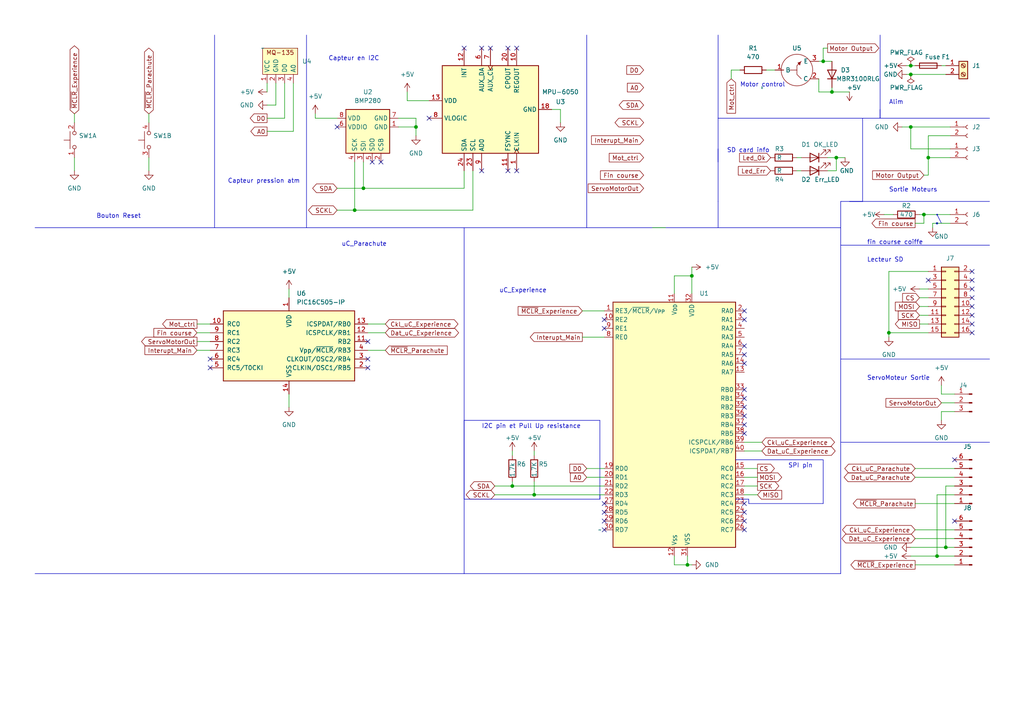
<source format=kicad_sch>
(kicad_sch (version 20230121) (generator eeschema)
  (paper "A4")
  (lib_symbols
    (symbol "Connector:Conn_01x02_Socket" (pin_names (offset 1.016) hide)
      (property "Reference" "J" (at 0 2.54 0))
      (property "Value" "Conn_01x02_Socket" (at 0 -5.08 0))
      (symbol "Conn_01x02_Socket_1_1"
        (arc (start 0 -2.032) (mid -0.5058 -2.54) (end 0 -3.048) (stroke (width 0.1524)))
        (polyline (pts (xy -1.27 -2.54) (xy -0.508 -2.54)) (stroke (width 0.1524)))
        (polyline (pts (xy -1.27 0) (xy -0.508 0)) (stroke (width 0.1524)))
        (arc (start 0 0.508) (mid -0.5058 0) (end 0 -0.508) (stroke (width 0.1524)))
        (pin passive line (at -5.08 0 0) (length 3.81) (name "Pin_1") (number "1"))
        (pin passive line (at -5.08 -2.54 0) (length 3.81) (name "Pin_2") (number "2"))
      )
    )
    (symbol "Connector:Conn_01x03_Pin" (pin_names (offset 1.016) hide)
      (property "Reference" "J" (at 0 5.08 0))
      (property "Value" "Conn_01x03_Pin" (at 0 -5.08 0))
      (symbol "Conn_01x03_Pin_1_1"
        (polyline (pts (xy 1.27 -2.54) (xy 0.8636 -2.54)) (stroke (width 0.1524)))
        (polyline (pts (xy 1.27 0) (xy 0.8636 0)) (stroke (width 0.1524)))
        (polyline (pts (xy 1.27 2.54) (xy 0.8636 2.54)) (stroke (width 0.1524)))
        (rectangle (start 0.8636 -2.413) (end 0 -2.667) (stroke (width 0.1524)) (fill (type outline)))
        (rectangle (start 0.8636 0.127) (end 0 -0.127) (stroke (width 0.1524)) (fill (type outline)))
        (rectangle (start 0.8636 2.667) (end 0 2.413) (stroke (width 0.1524)) (fill (type outline)))
        (pin passive line (at 5.08 2.54 180) (length 3.81) (name "Pin_1") (number "1"))
        (pin passive line (at 5.08 0 180) (length 3.81) (name "Pin_2") (number "2"))
        (pin passive line (at 5.08 -2.54 180) (length 3.81) (name "Pin_3") (number "3"))
      )
    )
    (symbol "Connector:Conn_01x06_Pin" (pin_names (offset 1.016) hide)
      (property "Reference" "J" (at 0 7.62 0))
      (property "Value" "Conn_01x06_Pin" (at 0 -10.16 0))
      (symbol "Conn_01x06_Pin_1_1"
        (polyline (pts (xy 1.27 -7.62) (xy 0.8636 -7.62)) (stroke (width 0.1524)))
        (polyline (pts (xy 1.27 -5.08) (xy 0.8636 -5.08)) (stroke (width 0.1524)))
        (polyline (pts (xy 1.27 -2.54) (xy 0.8636 -2.54)) (stroke (width 0.1524)))
        (polyline (pts (xy 1.27 0) (xy 0.8636 0)) (stroke (width 0.1524)))
        (polyline (pts (xy 1.27 2.54) (xy 0.8636 2.54)) (stroke (width 0.1524)))
        (polyline (pts (xy 1.27 5.08) (xy 0.8636 5.08)) (stroke (width 0.1524)))
        (rectangle (start 0.8636 -7.493) (end 0 -7.747) (stroke (width 0.1524)) (fill (type outline)))
        (rectangle (start 0.8636 -4.953) (end 0 -5.207) (stroke (width 0.1524)) (fill (type outline)))
        (rectangle (start 0.8636 -2.413) (end 0 -2.667) (stroke (width 0.1524)) (fill (type outline)))
        (rectangle (start 0.8636 0.127) (end 0 -0.127) (stroke (width 0.1524)) (fill (type outline)))
        (rectangle (start 0.8636 2.667) (end 0 2.413) (stroke (width 0.1524)) (fill (type outline)))
        (rectangle (start 0.8636 5.207) (end 0 4.953) (stroke (width 0.1524)) (fill (type outline)))
        (pin passive line (at 5.08 5.08 180) (length 3.81) (name "Pin_1") (number "1"))
        (pin passive line (at 5.08 2.54 180) (length 3.81) (name "Pin_2") (number "2"))
        (pin passive line (at 5.08 0 180) (length 3.81) (name "Pin_3") (number "3"))
        (pin passive line (at 5.08 -2.54 180) (length 3.81) (name "Pin_4") (number "4"))
        (pin passive line (at 5.08 -5.08 180) (length 3.81) (name "Pin_5") (number "5"))
        (pin passive line (at 5.08 -7.62 180) (length 3.81) (name "Pin_6") (number "6"))
      )
    )
    (symbol "Connector:Screw_Terminal_01x02" (pin_names (offset 1.016) hide)
      (property "Reference" "J" (at 0 2.54 0))
      (property "Value" "Screw_Terminal_01x02" (at 0 -5.08 0))
      (symbol "Screw_Terminal_01x02_1_1"
        (rectangle (start -1.27 1.27) (end 1.27 -3.81) (stroke (width 0.254)) (fill (type background)))
        (circle (center 0 -2.54) (radius 0.635) (stroke (width 0.1524)))
        (polyline (pts (xy -0.5334 -2.2098) (xy 0.3302 -3.048)) (stroke (width 0.1524)))
        (polyline (pts (xy -0.5334 0.3302) (xy 0.3302 -0.508)) (stroke (width 0.1524)))
        (polyline (pts (xy -0.3556 -2.032) (xy 0.508 -2.8702)) (stroke (width 0.1524)))
        (polyline (pts (xy -0.3556 0.508) (xy 0.508 -0.3302)) (stroke (width 0.1524)))
        (circle (center 0 0) (radius 0.635) (stroke (width 0.1524)))
        (pin passive line (at -5.08 0 0) (length 3.81) (name "Pin_1") (number "1"))
        (pin passive line (at -5.08 -2.54 0) (length 3.81) (name "Pin_2") (number "2"))
      )
    )
    (symbol "Connector_Generic:Conn_02x08_Odd_Even" (pin_names (offset 1.016) hide)
      (property "Reference" "J" (at 1.27 10.16 0))
      (property "Value" "Conn_02x08_Odd_Even" (at 1.27 -12.7 0))
      (symbol "Conn_02x08_Odd_Even_1_1"
        (rectangle (start -1.27 -10.033) (end 0 -10.287) (stroke (width 0.1524)))
        (rectangle (start -1.27 -7.493) (end 0 -7.747) (stroke (width 0.1524)))
        (rectangle (start -1.27 -4.953) (end 0 -5.207) (stroke (width 0.1524)))
        (rectangle (start -1.27 -2.413) (end 0 -2.667) (stroke (width 0.1524)))
        (rectangle (start -1.27 0.127) (end 0 -0.127) (stroke (width 0.1524)))
        (rectangle (start -1.27 2.667) (end 0 2.413) (stroke (width 0.1524)))
        (rectangle (start -1.27 5.207) (end 0 4.953) (stroke (width 0.1524)))
        (rectangle (start -1.27 7.747) (end 0 7.493) (stroke (width 0.1524)))
        (rectangle (start -1.27 8.89) (end 3.81 -11.43) (stroke (width 0.254)) (fill (type background)))
        (rectangle (start 3.81 -10.033) (end 2.54 -10.287) (stroke (width 0.1524)))
        (rectangle (start 3.81 -7.493) (end 2.54 -7.747) (stroke (width 0.1524)))
        (rectangle (start 3.81 -4.953) (end 2.54 -5.207) (stroke (width 0.1524)))
        (rectangle (start 3.81 -2.413) (end 2.54 -2.667) (stroke (width 0.1524)))
        (rectangle (start 3.81 0.127) (end 2.54 -0.127) (stroke (width 0.1524)))
        (rectangle (start 3.81 2.667) (end 2.54 2.413) (stroke (width 0.1524)))
        (rectangle (start 3.81 5.207) (end 2.54 4.953) (stroke (width 0.1524)))
        (rectangle (start 3.81 7.747) (end 2.54 7.493) (stroke (width 0.1524)))
        (pin passive line (at -5.08 7.62 0) (length 3.81) (name "Pin_1") (number "1"))
        (pin passive line (at 7.62 -2.54 180) (length 3.81) (name "Pin_10") (number "10"))
        (pin passive line (at -5.08 -5.08 0) (length 3.81) (name "Pin_11") (number "11"))
        (pin passive line (at 7.62 -5.08 180) (length 3.81) (name "Pin_12") (number "12"))
        (pin passive line (at -5.08 -7.62 0) (length 3.81) (name "Pin_13") (number "13"))
        (pin passive line (at 7.62 -7.62 180) (length 3.81) (name "Pin_14") (number "14"))
        (pin passive line (at -5.08 -10.16 0) (length 3.81) (name "Pin_15") (number "15"))
        (pin passive line (at 7.62 -10.16 180) (length 3.81) (name "Pin_16") (number "16"))
        (pin passive line (at 7.62 7.62 180) (length 3.81) (name "Pin_2") (number "2"))
        (pin passive line (at -5.08 5.08 0) (length 3.81) (name "Pin_3") (number "3"))
        (pin passive line (at 7.62 5.08 180) (length 3.81) (name "Pin_4") (number "4"))
        (pin passive line (at -5.08 2.54 0) (length 3.81) (name "Pin_5") (number "5"))
        (pin passive line (at 7.62 2.54 180) (length 3.81) (name "Pin_6") (number "6"))
        (pin passive line (at -5.08 0 0) (length 3.81) (name "Pin_7") (number "7"))
        (pin passive line (at 7.62 0 180) (length 3.81) (name "Pin_8") (number "8"))
        (pin passive line (at -5.08 -2.54 0) (length 3.81) (name "Pin_9") (number "9"))
      )
    )
    (symbol "Device:D" (pin_numbers hide) (pin_names (offset 1.016) hide)
      (property "Reference" "D" (at 0 2.54 0))
      (property "Value" "D" (at 0 -2.54 0))
      (symbol "D_0_1"
        (polyline (pts (xy -1.27 1.27) (xy -1.27 -1.27)) (stroke (width 0.254)))
        (polyline (pts (xy 1.27 0) (xy -1.27 0)))
        (polyline (pts (xy 1.27 1.27) (xy 1.27 -1.27) (xy -1.27 0) (xy 1.27 1.27)) (stroke (width 0.254)))
      )
      (symbol "D_1_1"
        (pin passive line (at -3.81 0 0) (length 2.54) (name "K") (number "1"))
        (pin passive line (at 3.81 0 180) (length 2.54) (name "A") (number "2"))
      )
    )
    (symbol "Device:Fuse" (pin_numbers hide) (pin_names (offset 0))
      (property "Reference" "F" (at 2.032 0 90))
      (property "Value" "Fuse" (at -1.905 0 90))
      (symbol "Fuse_0_1"
        (rectangle (start -0.762 -2.54) (end 0.762 2.54) (stroke (width 0.254)))
        (polyline (pts (xy 0 2.54) (xy 0 -2.54)))
      )
      (symbol "Fuse_1_1"
        (pin passive line (at 0 3.81 270) (length 1.27) (name "~") (number "1"))
        (pin passive line (at 0 -3.81 90) (length 1.27) (name "~") (number "2"))
      )
    )
    (symbol "Device:LED" (pin_numbers hide) (pin_names (offset 1.016) hide)
      (property "Reference" "D" (at 0 2.54 0))
      (property "Value" "LED" (at 0 -2.54 0))
      (symbol "LED_0_1"
        (polyline (pts (xy -1.27 -1.27) (xy -1.27 1.27)) (stroke (width 0.254)))
        (polyline (pts (xy -1.27 0) (xy 1.27 0)))
        (polyline (pts (xy 1.27 -1.27) (xy 1.27 1.27) (xy -1.27 0) (xy 1.27 -1.27)) (stroke (width 0.254)))
        (polyline (pts (xy -3.048 -0.762) (xy -4.572 -2.286) (xy -3.81 -2.286) (xy -4.572 -2.286) (xy -4.572 -1.524)))
        (polyline (pts (xy -1.778 -0.762) (xy -3.302 -2.286) (xy -2.54 -2.286) (xy -3.302 -2.286) (xy -3.302 -1.524)))
      )
      (symbol "LED_1_1"
        (pin passive line (at -3.81 0 0) (length 2.54) (name "K") (number "1"))
        (pin passive line (at 3.81 0 180) (length 2.54) (name "A") (number "2"))
      )
    )
    (symbol "Device:R" (pin_numbers hide) (pin_names (offset 0))
      (property "Reference" "R" (at 2.032 0 90))
      (property "Value" "R" (at 0 0 90))
      (symbol "R_0_1"
        (rectangle (start -1.016 -2.54) (end 1.016 2.54) (stroke (width 0.254)))
      )
      (symbol "R_1_1"
        (pin passive line (at 0 3.81 270) (length 1.27) (name "~") (number "1"))
        (pin passive line (at 0 -3.81 90) (length 1.27) (name "~") (number "2"))
      )
    )
    (symbol "MCU_Microchip_PIC16:PIC16C505-IP" (pin_names (offset 1.016))
      (property "Reference" "U" (at 5.08 12.7 0))
      (property "Value" "PIC16C505-IP" (at 5.08 10.16 0))
      (symbol "PIC16C505-IP_0_1"
        (rectangle (start -19.05 8.89) (end 19.05 -11.43) (stroke (width 0.254)) (fill (type background)))
      )
      (symbol "PIC16C505-IP_1_1"
        (pin power_in line (at 0 12.7 270) (length 3.81) (name "VDD") (number "1"))
        (pin bidirectional line (at -22.86 5.08 0) (length 3.81) (name "RC0") (number "10"))
        (pin bidirectional line (at 22.86 0 180) (length 3.81) (name "RB2") (number "11"))
        (pin bidirectional line (at 22.86 2.54 180) (length 3.81) (name "ICSPCLK/RB1") (number "12"))
        (pin bidirectional line (at 22.86 5.08 180) (length 3.81) (name "ICSPDAT/RB0") (number "13"))
        (pin power_in line (at 0 -15.24 90) (length 3.81) (name "VSS") (number "14"))
        (pin bidirectional line (at 22.86 -7.62 180) (length 3.81) (name "CLKIN/OSC1/RB5") (number "2"))
        (pin bidirectional line (at 22.86 -5.08 180) (length 3.81) (name "CLKOUT/OSC2/RB4") (number "3"))
        (pin input line (at 22.86 -2.54 180) (length 3.81) (name "Vpp/~{MCLR}/RB3") (number "4"))
        (pin bidirectional line (at -22.86 -7.62 0) (length 3.81) (name "RC5/T0CKI") (number "5"))
        (pin bidirectional line (at -22.86 -5.08 0) (length 3.81) (name "RC4") (number "6"))
        (pin bidirectional line (at -22.86 -2.54 0) (length 3.81) (name "RC3") (number "7"))
        (pin bidirectional line (at -22.86 0 0) (length 3.81) (name "RC2") (number "8"))
        (pin bidirectional line (at -22.86 2.54 0) (length 3.81) (name "RC1") (number "9"))
      )
    )
    (symbol "MyLib:BDX33B_"
      (property "Reference" "U" (at 0 0 0))
      (symbol "BDX33B__1_1"
        (polyline (pts (xy 5.08 -10.16) (xy 5.08 -8.128)))
        (polyline (pts (xy 2.54 -11.43) (xy 3.81 -10.16) (xy 6.35 -10.16) (xy 7.62 -11.43)))
        (polyline (pts (xy 7.4168 -11.2014) (xy 6.5278 -10.9982) (xy 7.1628 -10.4394) (xy 7.3914 -11.1506)) (fill (type outline)))
        (circle (center 5.08 -10.16) (radius 4.5791))
        (pin input line (at 5.08 -3.81 270) (length 2.54) (name "B") (number "1"))
        (pin input line (at 2.54 -16.51 90) (length 2.54) (name "C") (number "2"))
        (pin output line (at 7.62 -16.51 90) (length 2.54) (name "E") (number "3"))
      )
    )
    (symbol "MyLib:MQ135"
      (property "Reference" "U" (at 0 1.27 0))
      (symbol "MQ135_1_1"
        (rectangle (start 0 0) (end 10.16 -7.62) (fill (type background)))
        (text "MQ-135" (at 5.08 -1.27 0) (effects (font (size 1.27 1.27))))
        (pin power_in line (at 1.27 -10.16 90) (length 2.54) (name "VCC") (number "1"))
        (pin power_in line (at 3.81 -10.16 90) (length 2.54) (name "GND") (number "2"))
        (pin output line (at 6.35 -10.16 90) (length 2.54) (name "D0") (number "3"))
        (pin output line (at 8.89 -10.16 90) (length 2.54) (name "A0") (number "4"))
      )
    )
    (symbol "MyLib:PIC16LF1877A"
      (property "Reference" "U" (at 0 0 0))
      (symbol "PIC16LF1877A_0_1"
        (rectangle (start 3.81 66.04) (end 39.37 -5.08) (stroke (width 0.254)) (fill (type background)))
      )
      (symbol "PIC16LF1877A_1_1"
        (pin input line (at 1.27 63.5 0) (length 2.54) (name "RE3/~{MCLR}/V_{PP}") (number "1"))
        (pin bidirectional line (at 1.27 60.96 0) (length 2.54) (name "RE2") (number "10"))
        (pin power_in line (at 21.59 68.58 270) (length 2.54) (name "V_{DD}") (number "11"))
        (pin power_in line (at 21.59 -7.62 90) (length 2.54) (name "V_{SS}") (number "12"))
        (pin bidirectional line (at 41.91 45.72 180) (length 2.54) (name "RA7") (number "13"))
        (pin bidirectional line (at 41.91 48.26 180) (length 2.54) (name "RA6") (number "14"))
        (pin bidirectional line (at 41.91 17.78 180) (length 2.54) (name "RC0") (number "15"))
        (pin bidirectional line (at 41.91 15.24 180) (length 2.54) (name "RC1") (number "16"))
        (pin bidirectional line (at 41.91 12.7 180) (length 2.54) (name "RC2") (number "17"))
        (pin bidirectional line (at 41.91 10.16 180) (length 2.54) (name "RC3") (number "18"))
        (pin bidirectional line (at 1.27 17.78 0) (length 2.54) (name "RD0") (number "19"))
        (pin bidirectional line (at 41.91 63.5 180) (length 2.54) (name "RA0") (number "2"))
        (pin bidirectional line (at 1.27 15.24 0) (length 2.54) (name "RD1") (number "20"))
        (pin bidirectional line (at 1.27 12.7 0) (length 2.54) (name "RD2") (number "21"))
        (pin bidirectional line (at 1.27 10.16 0) (length 2.54) (name "RD3") (number "22"))
        (pin bidirectional line (at 41.91 7.62 180) (length 2.54) (name "RC4") (number "23"))
        (pin bidirectional line (at 41.91 5.08 180) (length 2.54) (name "RC5") (number "24"))
        (pin bidirectional line (at 41.91 2.54 180) (length 2.54) (name "RC6") (number "25"))
        (pin bidirectional line (at 41.91 0 180) (length 2.54) (name "RC7") (number "26"))
        (pin bidirectional line (at 1.27 7.62 0) (length 2.54) (name "RD4") (number "27"))
        (pin bidirectional line (at 1.27 5.08 0) (length 2.54) (name "RD5") (number "28"))
        (pin bidirectional line (at 1.27 2.54 0) (length 2.54) (name "RD6") (number "29"))
        (pin bidirectional line (at 41.91 60.96 180) (length 2.54) (name "RA1") (number "3"))
        (pin bidirectional line (at 1.27 0 0) (length 2.54) (name "RD7") (number "30"))
        (pin power_in line (at 25.4 -7.62 90) (length 2.54) (name "VSS") (number "31"))
        (pin passive line (at 21.59 -7.62 90) (length 2.54) hide (name "V_{SS}") (number "31"))
        (pin power_in line (at 26.67 68.58 270) (length 2.54) (name "VDD") (number "32"))
        (pin passive line (at 21.59 68.58 270) (length 2.54) hide (name "V_{DD}") (number "32"))
        (pin bidirectional line (at 41.91 40.64 180) (length 2.54) (name "RB0") (number "33"))
        (pin bidirectional line (at 41.91 38.1 180) (length 2.54) (name "RB1") (number "34"))
        (pin bidirectional line (at 41.91 35.56 180) (length 2.54) (name "RB2") (number "35"))
        (pin bidirectional line (at 41.91 33.02 180) (length 2.54) (name "RB3") (number "36"))
        (pin bidirectional line (at 41.91 30.48 180) (length 2.54) (name "RB4") (number "37"))
        (pin bidirectional line (at 41.91 27.94 180) (length 2.54) (name "RB5") (number "38"))
        (pin bidirectional line (at 41.91 25.4 180) (length 2.54) (name "ICSPCLK/RB6") (number "39"))
        (pin bidirectional line (at 41.91 58.42 180) (length 2.54) (name "RA2") (number "4"))
        (pin bidirectional line (at 41.91 22.86 180) (length 2.54) (name "ICSPDAT/RB7") (number "40"))
        (pin bidirectional line (at 41.91 55.88 180) (length 2.54) (name "RA3") (number "5"))
        (pin bidirectional line (at 41.91 53.34 180) (length 2.54) (name "RA4") (number "6"))
        (pin bidirectional line (at 41.91 50.8 180) (length 2.54) (name "RA5") (number "7"))
        (pin bidirectional line (at 1.27 55.88 0) (length 2.54) (name "RE0") (number "8"))
        (pin bidirectional line (at 1.27 58.42 0) (length 2.54) (name "RE1") (number "9"))
      )
    )
    (symbol "Sensor_Motion:MPU-6050"
      (property "Reference" "U" (at -11.43 13.97 0))
      (property "Value" "MPU-6050" (at 7.62 -15.24 0))
      (symbol "MPU-6050_0_0"
        (text "" (at 12.7 -2.54 0) (effects (font (size 1.27 1.27))))
      )
      (symbol "MPU-6050_0_1"
        (rectangle (start -12.7 13.97) (end 12.7 -13.97) (stroke (width 0.254)) (fill (type background)))
      )
      (symbol "MPU-6050_1_1"
        (pin input clock (at -17.78 -7.62 0) (length 5.08) (name "CLKIN") (number "1"))
        (pin passive line (at 17.78 -7.62 180) (length 5.08) (name "REGOUT") (number "10"))
        (pin input line (at -17.78 -5.08 0) (length 5.08) (name "FSYNC") (number "11"))
        (pin output line (at 17.78 7.62 180) (length 5.08) (name "INT") (number "12"))
        (pin power_in line (at 2.54 17.78 270) (length 3.81) (name "VDD") (number "13"))
        (pin no_connect line (at -12.7 -10.16 0) (length 2.54) hide (name "NC") (number "14"))
        (pin no_connect line (at 12.7 12.7 180) (length 2.54) hide (name "NC") (number "15"))
        (pin no_connect line (at 12.7 10.16 180) (length 2.54) hide (name "NC") (number "16"))
        (pin no_connect line (at 12.7 5.08 180) (length 2.54) hide (name "NC") (number "17"))
        (pin power_in line (at 0 -17.78 90) (length 3.81) (name "GND") (number "18"))
        (pin no_connect line (at 12.7 -10.16 180) (length 2.54) hide (name "RESV") (number "19"))
        (pin no_connect line (at -12.7 12.7 0) (length 2.54) hide (name "NC") (number "2"))
        (pin passive line (at 17.78 -5.08 180) (length 5.08) (name "CPOUT") (number "20"))
        (pin no_connect line (at 12.7 -2.54 180) (length 2.54) hide (name "RESV") (number "21"))
        (pin no_connect line (at 12.7 -12.7 180) (length 2.54) hide (name "RESV") (number "22"))
        (pin input line (at -17.78 5.08 0) (length 5.08) (name "SCL") (number "23"))
        (pin bidirectional line (at -17.78 7.62 0) (length 5.08) (name "SDA") (number "24"))
        (pin no_connect line (at -12.7 10.16 0) (length 2.54) hide (name "NC") (number "3"))
        (pin no_connect line (at -12.7 0 0) (length 2.54) hide (name "NC") (number "4"))
        (pin no_connect line (at -12.7 -2.54 0) (length 2.54) hide (name "NC") (number "5"))
        (pin bidirectional line (at 17.78 2.54 180) (length 5.08) (name "AUX_DA") (number "6"))
        (pin output clock (at 17.78 0 180) (length 5.08) (name "AUX_CL") (number "7"))
        (pin power_in line (at -2.54 17.78 270) (length 3.81) (name "VLOGIC") (number "8"))
        (pin input line (at -17.78 2.54 0) (length 5.08) (name "AD0") (number "9"))
      )
    )
    (symbol "Sensor_Pressure:BMP280"
      (property "Reference" "U" (at -7.62 10.16 0))
      (property "Value" "BMP280" (at 5.08 10.16 0))
      (symbol "BMP280_0_1"
        (rectangle (start -7.62 -5.08) (end 5.08 7.62) (stroke (width 0.254)) (fill (type background)))
      )
      (symbol "BMP280_1_1"
        (pin power_in line (at 0 -7.62 90) (length 2.54) (name "GND") (number "1"))
        (pin input line (at -10.16 -2.54 0) (length 2.54) (name "CSB") (number "2"))
        (pin bidirectional line (at -10.16 2.54 0) (length 2.54) (name "SDI") (number "3"))
        (pin input line (at -10.16 5.08 0) (length 2.54) (name "SCK") (number "4"))
        (pin bidirectional line (at -10.16 0 0) (length 2.54) (name "SDO") (number "5"))
        (pin power_in line (at 0 10.16 270) (length 2.54) (name "VDDIO") (number "6"))
        (pin power_in line (at 2.54 -7.62 90) (length 2.54) (name "GND") (number "7"))
        (pin power_in line (at 2.54 10.16 270) (length 2.54) (name "VDD") (number "8"))
      )
    )
    (symbol "Switch:SW_Push_Dual_x2" (pin_names (offset 1.016) hide)
      (property "Reference" "SW" (at 1.27 2.54 0))
      (property "Value" "SW_Push_Dual_x2" (at 0 -1.524 0))
      (symbol "SW_Push_Dual_x2_0_1"
        (circle (center -2.032 0) (radius 0.508))
        (polyline (pts (xy 0 1.27) (xy 0 3.048)))
        (polyline (pts (xy 2.54 1.27) (xy -2.54 1.27)))
        (circle (center 2.032 0) (radius 0.508))
      )
      (symbol "SW_Push_Dual_x2_1_1"
        (pin passive line (at -5.08 0 0) (length 2.54) (name "C") (number "1"))
        (pin passive line (at 5.08 0 180) (length 2.54) (name "D") (number "2"))
      )
      (symbol "SW_Push_Dual_x2_2_1"
        (pin passive line (at -5.08 0 0) (length 2.54) (name "C") (number "3"))
        (pin passive line (at 5.08 0 180) (length 2.54) (name "D") (number "4"))
      )
    )
    (symbol "power:+5V" (power) (pin_names (offset 0))
      (property "Value" "+5V" (at 0 3.556 0))
      (symbol "+5V_0_1"
        (polyline (pts (xy -0.762 1.27) (xy 0 2.54)))
        (polyline (pts (xy 0 0) (xy 0 2.54)))
        (polyline (pts (xy 0 2.54) (xy 0.762 1.27)))
      )
      (symbol "+5V_1_1"
        (pin power_in line (at 0 0 90) (length 0) hide (name "+5V") (number "1"))
      )
    )
    (symbol "power:GND" (power) (pin_names (offset 0))
      (property "Value" "GND" (at 0 -3.81 0))
      (symbol "GND_0_1"
        (polyline (pts (xy 0 0) (xy 0 -1.27) (xy 1.27 -1.27) (xy 0 -2.54) (xy -1.27 -1.27) (xy 0 -1.27)))
      )
      (symbol "GND_1_1"
        (pin power_in line (at 0 0 270) (length 0) hide (name "GND") (number "1"))
      )
    )
    (symbol "power:PWR_FLAG" (power) (pin_numbers hide) (pin_names (offset 0) hide)
      (property "Value" "PWR_FLAG" (at 0 3.81 0))
      (symbol "PWR_FLAG_0_0"
        (pin power_out line (at 0 0 90) (length 0) (name "pwr") (number "1"))
      )
      (symbol "PWR_FLAG_0_1"
        (polyline (pts (xy 0 0) (xy 0 1.27) (xy -1.016 1.905) (xy 0 2.54) (xy 1.016 1.905) (xy 0 1.27)))
      )
    )
  )
  (junction (at 264.16 21.59))
  (junction (at 199.39 163.83))
  (junction (at 267.97 62.23))
  (junction (at 238.76 17.78))
  (junction (at 274.32 158.75))
  (junction (at 264.16 19.05))
  (junction (at 120.65 36.83))
  (junction (at 241.3 26.67))
  (junction (at 200.66 80.01))
  (junction (at 257.81 96.52))
  (junction (at 148.59 140.97))
  (junction (at 271.78 161.29))
  (junction (at 242.57 45.72))
  (junction (at 102.87 60.96))
  (junction (at 105.41 54.61))
  (junction (at 264.16 36.83))
  (junction (at 269.24 45.72))
  (junction (at 154.94 143.51))
  (no_connect (at 276.86 151.13))
  (no_connect (at 106.68 106.68))
  (no_connect (at 215.9 120.65))
  (no_connect (at 147.32 13.97))
  (no_connect (at 215.9 153.67))
  (no_connect (at 142.24 13.97))
  (no_connect (at 281.94 81.28))
  (no_connect (at 149.86 49.53))
  (no_connect (at 215.9 113.03))
  (no_connect (at 175.26 146.05))
  (no_connect (at 215.9 102.87))
  (no_connect (at 215.9 105.41))
  (no_connect (at 134.62 13.97))
  (no_connect (at 215.9 100.33))
  (no_connect (at 60.96 106.68))
  (no_connect (at 106.68 99.06))
  (no_connect (at 276.86 133.35))
  (no_connect (at 60.96 104.14))
  (no_connect (at 175.26 95.25))
  (no_connect (at 139.7 49.53))
  (no_connect (at 175.26 148.59))
  (no_connect (at 97.79 36.83))
  (no_connect (at 215.9 90.17))
  (no_connect (at 215.9 146.05))
  (no_connect (at 281.94 86.36))
  (no_connect (at 281.94 83.82))
  (no_connect (at 175.26 153.67))
  (no_connect (at 215.9 151.13))
  (no_connect (at 175.26 151.13))
  (no_connect (at 124.46 34.29))
  (no_connect (at 281.94 78.74))
  (no_connect (at 269.24 81.28))
  (no_connect (at 147.32 49.53))
  (no_connect (at 215.9 123.19))
  (no_connect (at 281.94 93.98))
  (no_connect (at 149.86 13.97))
  (no_connect (at 281.94 96.52))
  (no_connect (at 281.94 91.44))
  (no_connect (at 215.9 118.11))
  (no_connect (at 215.9 92.71))
  (no_connect (at 110.49 46.99))
  (no_connect (at 215.9 115.57))
  (no_connect (at 107.95 46.99))
  (no_connect (at 215.9 125.73))
  (no_connect (at 215.9 148.59))
  (no_connect (at 175.26 92.71))
  (no_connect (at 106.68 104.14))
  (no_connect (at 281.94 88.9))
  (no_connect (at 139.7 13.97))
  (wire (pts (xy 106.68 101.6) (xy 111.76 101.6)))
  (wire (pts (xy 265.43 153.67) (xy 276.86 153.67)))
  (wire (pts (xy 195.58 85.09) (xy 195.58 80.01)))
  (wire (pts (xy 267.97 50.8) (xy 269.24 50.8)))
  (wire (pts (xy 269.24 39.37) (xy 275.59 39.37)))
  (polyline (pts (xy 238.76 146.05) (xy 217.17 146.05)))
  (polyline (pts (xy 10.16 166.37) (xy 134.62 166.37)))
  (wire (pts (xy 257.81 78.74) (xy 269.24 78.74)))
  (wire (pts (xy 154.94 143.51) (xy 175.26 143.51)))
  (polyline (pts (xy 208.28 43.18) (xy 208.28 58.42)))
  (polyline (pts (xy 217.17 146.05) (xy 217.17 144.78)))
  (wire (pts (xy 120.65 36.83) (xy 120.65 34.29)))
  (wire (pts (xy 143.51 143.51) (xy 154.94 143.51)))
  (wire (pts (xy 238.76 13.97) (xy 238.76 17.78)))
  (wire (pts (xy 273.05 114.3) (xy 273.05 111.76)))
  (polyline (pts (xy 250.19 34.29) (xy 250.19 58.42)))
  (wire (pts (xy 200.66 77.47) (xy 200.66 80.01)))
  (wire (pts (xy 124.46 29.21) (xy 118.11 29.21)))
  (polyline (pts (xy 10.16 66.04) (xy 62.23 66.04)))
  (wire (pts (xy 43.18 45.72) (xy 43.18 49.53)))
  (polyline (pts (xy 134.62 144.78) (xy 173.99 144.78)))
  (wire (pts (xy 57.15 96.52) (xy 60.96 96.52)))
  (polyline (pts (xy 208.28 34.29) (xy 287.02 34.29)))
  (wire (pts (xy 238.76 17.78) (xy 237.49 17.78)))
  (wire (pts (xy 271.78 161.29) (xy 271.78 143.51)))
  (polyline (pts (xy 246.38 58.42) (xy 250.19 58.42)))
  (wire (pts (xy 200.66 163.83) (xy 199.39 163.83)))
  (wire (pts (xy 241.3 26.67) (xy 246.38 26.67)))
  (wire (pts (xy 162.56 31.75) (xy 162.56 35.56)))
  (wire (pts (xy 120.65 34.29) (xy 115.57 34.29)))
  (wire (pts (xy 148.59 130.81) (xy 148.59 132.08)))
  (wire (pts (xy 238.76 17.78) (xy 241.3 17.78)))
  (wire (pts (xy 168.91 97.79) (xy 175.26 97.79)))
  (wire (pts (xy 276.86 114.3) (xy 273.05 114.3)))
  (wire (pts (xy 264.16 21.59) (xy 274.32 21.59)))
  (wire (pts (xy 115.57 36.83) (xy 120.65 36.83)))
  (wire (pts (xy 262.89 21.59) (xy 264.16 21.59)))
  (wire (pts (xy 85.09 24.13) (xy 85.09 38.1)))
  (wire (pts (xy 257.81 96.52) (xy 257.81 78.74)))
  (polyline (pts (xy 243.84 71.12) (xy 243.84 58.42)))
  (wire (pts (xy 57.15 99.06) (xy 60.96 99.06)))
  (polyline (pts (xy 271.78 62.23) (xy 273.05 64.77)))
  (wire (pts (xy 120.65 39.37) (xy 120.65 36.83)))
  (wire (pts (xy 265.43 135.89) (xy 276.86 135.89)))
  (polyline (pts (xy 287.02 104.14) (xy 243.84 104.14)))
  (wire (pts (xy 270.51 64.77) (xy 275.59 64.77)))
  (wire (pts (xy 264.16 158.75) (xy 274.32 158.75)))
  (polyline (pts (xy 243.84 104.14) (xy 243.84 71.12)))
  (polyline (pts (xy 238.76 133.35) (xy 238.76 146.05)))
  (wire (pts (xy 269.24 39.37) (xy 269.24 45.72)))
  (wire (pts (xy 240.03 49.53) (xy 242.57 49.53)))
  (wire (pts (xy 105.41 46.99) (xy 105.41 54.61)))
  (wire (pts (xy 102.87 46.99) (xy 102.87 60.96)))
  (wire (pts (xy 265.43 146.05) (xy 276.86 146.05)))
  (polyline (pts (xy 173.99 121.92) (xy 134.62 121.92)))
  (polyline (pts (xy 255.27 34.29) (xy 255.27 31.75)))
  (wire (pts (xy 82.55 34.29) (xy 82.55 24.13)))
  (wire (pts (xy 91.44 34.29) (xy 91.44 33.02)))
  (wire (pts (xy 267.97 62.23) (xy 275.59 62.23)))
  (wire (pts (xy 276.86 161.29) (xy 271.78 161.29)))
  (wire (pts (xy 266.7 83.82) (xy 269.24 83.82)))
  (wire (pts (xy 200.66 80.01) (xy 200.66 85.09)))
  (polyline (pts (xy 170.18 66.04) (xy 243.84 66.04)))
  (wire (pts (xy 242.57 45.72) (xy 242.57 49.53)))
  (wire (pts (xy 274.32 158.75) (xy 274.32 140.97)))
  (wire (pts (xy 83.82 114.3) (xy 83.82 118.11)))
  (wire (pts (xy 21.59 45.72) (xy 21.59 49.53)))
  (wire (pts (xy 143.51 140.97) (xy 148.59 140.97)))
  (wire (pts (xy 270.51 66.04) (xy 270.51 64.77)))
  (wire (pts (xy 83.82 83.82) (xy 83.82 86.36)))
  (wire (pts (xy 257.81 96.52) (xy 257.81 97.79)))
  (wire (pts (xy 148.59 139.7) (xy 148.59 140.97)))
  (wire (pts (xy 195.58 163.83) (xy 195.58 161.29)))
  (wire (pts (xy 266.7 88.9) (xy 269.24 88.9)))
  (wire (pts (xy 274.32 140.97) (xy 276.86 140.97)))
  (polyline (pts (xy 213.36 144.78) (xy 217.17 144.78)))
  (wire (pts (xy 118.11 29.21) (xy 118.11 26.67)))
  (wire (pts (xy 273.05 119.38) (xy 273.05 121.92)))
  (polyline (pts (xy 170.18 10.16) (xy 170.18 66.04)))
  (wire (pts (xy 148.59 140.97) (xy 175.26 140.97)))
  (wire (pts (xy 266.7 62.23) (xy 267.97 62.23)))
  (wire (pts (xy 275.59 45.72) (xy 269.24 45.72)))
  (wire (pts (xy 231.14 45.72) (xy 232.41 45.72)))
  (wire (pts (xy 212.09 22.86) (xy 212.09 20.32)))
  (polyline (pts (xy 287.02 128.27) (xy 243.84 128.27)))
  (wire (pts (xy 195.58 80.01) (xy 200.66 80.01)))
  (wire (pts (xy 240.03 13.97) (xy 238.76 13.97)))
  (wire (pts (xy 199.39 161.29) (xy 199.39 163.83)))
  (wire (pts (xy 219.71 140.97) (xy 215.9 140.97)))
  (wire (pts (xy 154.94 130.81) (xy 154.94 132.08)))
  (polyline (pts (xy 88.9 10.16) (xy 88.9 66.04)))
  (wire (pts (xy 276.86 158.75) (xy 274.32 158.75)))
  (wire (pts (xy 240.03 45.72) (xy 242.57 45.72)))
  (polyline (pts (xy 287.02 58.42) (xy 243.84 58.42)))
  (wire (pts (xy 265.43 163.83) (xy 276.86 163.83)))
  (polyline (pts (xy 287.02 71.12) (xy 243.84 71.12)))
  (wire (pts (xy 241.3 26.67) (xy 237.49 26.67)))
  (wire (pts (xy 231.14 49.53) (xy 232.41 49.53)))
  (wire (pts (xy 97.79 34.29) (xy 91.44 34.29)))
  (wire (pts (xy 160.02 31.75) (xy 162.56 31.75)))
  (wire (pts (xy 265.43 156.21) (xy 276.86 156.21)))
  (wire (pts (xy 261.62 36.83) (xy 264.16 36.83)))
  (wire (pts (xy 170.18 138.43) (xy 175.26 138.43)))
  (wire (pts (xy 111.76 93.98) (xy 106.68 93.98)))
  (wire (pts (xy 264.16 43.18) (xy 275.59 43.18)))
  (wire (pts (xy 77.47 24.13) (xy 77.47 26.67)))
  (wire (pts (xy 189.23 66.04) (xy 193.04 66.04)))
  (polyline (pts (xy 62.23 10.16) (xy 62.23 66.04)))
  (polyline (pts (xy 243.84 166.37) (xy 134.62 166.37)))
  (wire (pts (xy 276.86 119.38) (xy 273.05 119.38)))
  (wire (pts (xy 271.78 143.51) (xy 276.86 143.51)))
  (wire (pts (xy 219.71 138.43) (xy 215.9 138.43)))
  (wire (pts (xy 21.59 33.02) (xy 21.59 35.56)))
  (polyline (pts (xy 255.27 10.16) (xy 255.27 34.29)))
  (wire (pts (xy 269.24 50.8) (xy 269.24 45.72)))
  (polyline (pts (xy 173.99 144.78) (xy 173.99 121.92)))
  (wire (pts (xy 154.94 139.7) (xy 154.94 143.51)))
  (wire (pts (xy 219.71 135.89) (xy 215.9 135.89)))
  (wire (pts (xy 105.41 54.61) (xy 134.62 54.61)))
  (wire (pts (xy 266.7 86.36) (xy 269.24 86.36)))
  (wire (pts (xy 85.09 38.1) (xy 77.47 38.1)))
  (wire (pts (xy 265.43 138.43) (xy 276.86 138.43)))
  (polyline (pts (xy 88.9 66.04) (xy 62.23 66.04)))
  (wire (pts (xy 241.3 25.4) (xy 241.3 26.67)))
  (polyline (pts (xy 134.62 121.92) (xy 134.62 144.78)))
  (wire (pts (xy 111.76 96.52) (xy 106.68 96.52)))
  (wire (pts (xy 273.05 116.84) (xy 276.86 116.84)))
  (wire (pts (xy 57.15 93.98) (xy 60.96 93.98)))
  (wire (pts (xy 77.47 30.48) (xy 80.01 30.48)))
  (wire (pts (xy 199.39 163.83) (xy 195.58 163.83)))
  (wire (pts (xy 264.16 161.29) (xy 271.78 161.29)))
  (wire (pts (xy 170.18 135.89) (xy 175.26 135.89)))
  (wire (pts (xy 264.16 36.83) (xy 275.59 36.83)))
  (wire (pts (xy 134.62 54.61) (xy 134.62 49.53)))
  (wire (pts (xy 259.08 62.23) (xy 256.4384 62.23)))
  (wire (pts (xy 43.18 33.02) (xy 43.18 35.56)))
  (wire (pts (xy 77.47 34.29) (xy 82.55 34.29)))
  (polyline (pts (xy 208.28 46.99) (xy 208.28 34.29)))
  (polyline (pts (xy 173.99 143.51) (xy 173.99 144.78)))
  (polyline (pts (xy 134.62 166.37) (xy 134.62 66.04)))
  (wire (pts (xy 265.43 64.77) (xy 267.97 64.77)))
  (wire (pts (xy 97.79 60.96) (xy 102.87 60.96)))
  (wire (pts (xy 219.71 143.51) (xy 215.9 143.51)))
  (wire (pts (xy 264.16 36.83) (xy 264.16 43.18)))
  (wire (pts (xy 212.09 20.32) (xy 214.63 20.32)))
  (wire (pts (xy 137.16 60.96) (xy 137.16 49.53)))
  (wire (pts (xy 237.49 26.67) (xy 237.49 22.86)))
  (polyline (pts (xy 243.84 128.27) (xy 243.84 104.14)))
  (wire (pts (xy 264.16 19.05) (xy 262.89 19.05)))
  (wire (pts (xy 102.87 60.96) (xy 137.16 60.96)))
  (wire (pts (xy 267.97 64.77) (xy 267.97 62.23)))
  (wire (pts (xy 242.57 45.72) (xy 245.11 45.72)))
  (polyline (pts (xy 208.28 58.42) (xy 208.28 66.04)))
  (polyline (pts (xy 243.84 128.27) (xy 243.84 166.37)))
  (polyline (pts (xy 208.28 10.16) (xy 208.28 34.29)))
  (polyline (pts (xy 170.18 66.04) (xy 88.9 66.04)))
  (wire (pts (xy 168.91 90.17) (xy 175.26 90.17)))
  (wire (pts (xy 97.79 54.61) (xy 105.41 54.61)))
  (wire (pts (xy 220.98 128.27) (xy 215.9 128.27)))
  (wire (pts (xy 266.7 93.98) (xy 269.24 93.98)))
  (wire (pts (xy 80.01 30.48) (xy 80.01 24.13)))
  (wire (pts (xy 57.15 101.6) (xy 60.96 101.6)))
  (wire (pts (xy 273.05 19.05) (xy 274.32 19.05)))
  (wire (pts (xy 269.24 96.52) (xy 257.81 96.52)))
  (wire (pts (xy 220.98 130.81) (xy 215.9 130.81)))
  (wire (pts (xy 266.7 91.44) (xy 269.24 91.44)))
  (polyline (pts (xy 213.36 133.35) (xy 238.76 133.35)))
  (wire (pts (xy 222.25 20.32) (xy 224.79 20.32)))
  (wire (pts (xy 264.16 19.05) (xy 265.43 19.05)))
  (circle (center 271.8054 62.2554) (radius 0.1545) (fill (type color) (color 0 0 194 1)))
  (circle (center 271.78 64.77) (radius 0.2342) (fill (type color) (color 0 0 194 1)))
  (text "Capteur pression atm" (at 66.04 53.34 0) (effects (font (size 1.27 1.27)) (justify left bottom)))
  (text "Bouton Reset\n" (at 27.94 63.5 0) (effects (font (size 1.27 1.27)) (justify left bottom)))
  (text "uC_Experience\n" (at 144.78 85.09 0) (effects (font (size 1.27 1.27)) (justify left bottom)))
  (text "ServoMoteur Sortie\n" (at 251.46 110.49 0) (effects (font (size 1.27 1.27)) (justify left bottom)))
  (text "I2C pin et Pull Up resistance" (at 139.7 124.46 0) (effects (font (size 1.27 1.27)) (justify left bottom)))
  (text "Motor control" (at 214.63 25.4 0) (effects (font (size 1.27 1.27)) (justify left bottom)))
  (text "SD card info\n" (at 210.82 44.45 0) (effects (font (size 1.27 1.27)) (justify left bottom)))
  (text "fin course coiffe\n" (at 251.46 71.12 0) (effects (font (size 1.27 1.27)) (justify left bottom)))
  (text "Sortie Moteurs" (at 257.81 55.88 0) (effects (font (size 1.27 1.27)) (justify left bottom)))
  (text "uC_Parachute\n\n" (at 99.06 73.66 0) (effects (font (size 1.27 1.27)) (justify left bottom)))
  (text "Lecteur SD" (at 251.46 76.2 0) (effects (font (size 1.27 1.27)) (justify left bottom)))
  (text "Alim" (at 257.81 30.48 0) (effects (font (size 1.27 1.27)) (justify left bottom)))
  (text "Capteur en I2C" (at 95.25 17.78 0) (effects (font (size 1.27 1.27)) (justify left bottom)))
  (text "SPI pin\n" (at 228.6 135.89 0) (effects (font (size 1.27 1.27)) (justify left bottom)))
  (global_label "Mot_ctrl" (shape output) (at 57.15 93.98 180) (property "Intersheetrefs" "${INTERSHEET_REFS}" (effects hide)))
  (global_label "Interupt_Main" (shape input) (at 57.15 101.6 180) (property "Intersheetrefs" "${INTERSHEET_REFS}" (effects hide)))
  (global_label "Ckl_uC_Experience" (shape bidirectional) (at 265.43 153.67 180) (property "Intersheetrefs" "${INTERSHEET_REFS}" (effects hide)))
  (global_label "D0" (shape input) (at 186.69 20.32 180) (property "Intersheetrefs" "${INTERSHEET_REFS}" (effects hide)))
  (global_label "Dat_uC_Experience" (shape bidirectional) (at 111.76 96.52 0) (property "Intersheetrefs" "${INTERSHEET_REFS}" (effects hide)))
  (global_label "~{MCLR}_Parachute" (shape input) (at 111.76 101.6 0) (property "Intersheetrefs" "${INTERSHEET_REFS}" (effects hide)))
  (global_label "Motor Output" (shape input) (at 267.97 50.8 180) (property "Intersheetrefs" "${INTERSHEET_REFS}" (effects hide)))
  (global_label "SCKL" (shape bidirectional) (at 186.69 35.56 180) (property "Intersheetrefs" "${INTERSHEET_REFS}" (effects hide)))
  (global_label "~{MCLR}_Parachute" (shape bidirectional) (at 43.18 33.02 90) (property "Intersheetrefs" "${INTERSHEET_REFS}" (effects hide)))
  (global_label "A0" (shape output) (at 77.47 38.1 180) (property "Intersheetrefs" "${INTERSHEET_REFS}" (effects hide)))
  (global_label "SDA" (shape bidirectional) (at 186.69 30.48 180) (property "Intersheetrefs" "${INTERSHEET_REFS}" (effects hide)))
  (global_label "ServoMotorOut" (shape input) (at 273.05 116.84 180) (property "Intersheetrefs" "${INTERSHEET_REFS}" (effects hide)))
  (global_label "D0" (shape input) (at 170.18 135.89 180) (property "Intersheetrefs" "${INTERSHEET_REFS}" (effects hide)))
  (global_label "Fin course" (shape input) (at 57.15 96.52 180) (property "Intersheetrefs" "${INTERSHEET_REFS}" (effects hide)))
  (global_label "MOSI" (shape input) (at 266.7 88.9 180) (property "Intersheetrefs" "${INTERSHEET_REFS}" (effects hide)))
  (global_label "~{MCLR}_Experience" (shape bidirectional) (at 21.59 33.02 90) (property "Intersheetrefs" "${INTERSHEET_REFS}" (effects hide)))
  (global_label "Ckl_uC_Experience" (shape bidirectional) (at 220.98 128.27 0) (property "Intersheetrefs" "${INTERSHEET_REFS}" (effects hide)))
  (global_label "~{MCLR}_Experience" (shape output) (at 265.43 163.83 180) (property "Intersheetrefs" "${INTERSHEET_REFS}" (effects hide)))
  (global_label "CS" (shape output) (at 219.71 135.89 0) (property "Intersheetrefs" "${INTERSHEET_REFS}" (effects hide)))
  (global_label "Ckl_uC_Experience" (shape bidirectional) (at 111.76 93.98 0) (property "Intersheetrefs" "${INTERSHEET_REFS}" (effects hide)))
  (global_label "Dat_uC_Experience" (shape bidirectional) (at 220.98 130.81 0) (property "Intersheetrefs" "${INTERSHEET_REFS}" (effects hide)))
  (global_label "ServoMotorOut" (shape input) (at 186.69 54.61 180) (property "Intersheetrefs" "${INTERSHEET_REFS}" (effects hide)))
  (global_label "MOSI" (shape output) (at 219.71 138.43 0) (property "Intersheetrefs" "${INTERSHEET_REFS}" (effects hide)))
  (global_label "MISO" (shape input) (at 219.71 143.51 0) (property "Intersheetrefs" "${INTERSHEET_REFS}" (effects hide)))
  (global_label "A0" (shape input) (at 170.18 138.43 180) (property "Intersheetrefs" "${INTERSHEET_REFS}" (effects hide)))
  (global_label "Mot_ctrl" (shape input) (at 186.69 45.72 180) (property "Intersheetrefs" "${INTERSHEET_REFS}" (effects hide)))
  (global_label "Dat_uC_Experience" (shape bidirectional) (at 265.43 156.21 180) (property "Intersheetrefs" "${INTERSHEET_REFS}" (effects hide)))
  (global_label "Dat_uC_Parachute" (shape bidirectional) (at 265.43 138.43 180) (property "Intersheetrefs" "${INTERSHEET_REFS}" (effects hide)))
  (global_label "SCKL" (shape bidirectional) (at 143.51 143.51 180) (property "Intersheetrefs" "${INTERSHEET_REFS}" (effects hide)))
  (global_label "CS" (shape input) (at 266.7 86.36 180) (property "Intersheetrefs" "${INTERSHEET_REFS}" (effects hide)))
  (global_label "SDA" (shape bidirectional) (at 143.51 140.97 180) (property "Intersheetrefs" "${INTERSHEET_REFS}" (effects hide)))
  (global_label "SCK" (shape input) (at 266.7 91.44 180) (property "Intersheetrefs" "${INTERSHEET_REFS}" (effects hide)))
  (global_label "Mot_ctrl" (shape input) (at 212.09 22.86 270) (property "Intersheetrefs" "${INTERSHEET_REFS}" (effects hide)))
  (global_label "SCKL" (shape bidirectional) (at 97.79 60.96 180) (property "Intersheetrefs" "${INTERSHEET_REFS}" (effects hide)))
  (global_label "SDA" (shape bidirectional) (at 97.79 54.61 180) (property "Intersheetrefs" "${INTERSHEET_REFS}" (effects hide)))
  (global_label "~{MCLR}_Experience" (shape input) (at 168.91 90.17 180) (property "Intersheetrefs" "${INTERSHEET_REFS}" (effects hide)))
  (global_label "Interupt_Main" (shape input) (at 186.69 40.64 180) (property "Intersheetrefs" "${INTERSHEET_REFS}" (effects hide)))
  (global_label "Ckl_uC_Parachute" (shape bidirectional) (at 265.43 135.89 180) (property "Intersheetrefs" "${INTERSHEET_REFS}" (effects hide)))
  (global_label "Led_Ok" (shape input) (at 223.52 45.72 180) (property "Intersheetrefs" "${INTERSHEET_REFS}" (effects hide)))
  (global_label "Fin course" (shape input) (at 186.69 50.8 180) (property "Intersheetrefs" "${INTERSHEET_REFS}" (effects hide)))
  (global_label "SCK" (shape output) (at 219.71 140.97 0) (property "Intersheetrefs" "${INTERSHEET_REFS}" (effects hide)))
  (global_label "Motor Output" (shape output) (at 240.03 13.97 0) (property "Intersheetrefs" "${INTERSHEET_REFS}" (effects hide)))
  (global_label "MISO" (shape output) (at 266.7 93.98 180) (property "Intersheetrefs" "${INTERSHEET_REFS}" (effects hide)))
  (global_label "A0" (shape input) (at 186.69 25.4 180) (property "Intersheetrefs" "${INTERSHEET_REFS}" (effects hide)))
  (global_label "Led_Err" (shape input) (at 223.52 49.53 180) (property "Intersheetrefs" "${INTERSHEET_REFS}" (effects hide)))
  (global_label "Fin course" (shape output) (at 265.43 64.77 180) (property "Intersheetrefs" "${INTERSHEET_REFS}" (effects hide)))
  (global_label "Interupt_Main" (shape output) (at 168.91 97.79 180) (property "Intersheetrefs" "${INTERSHEET_REFS}" (effects hide)))
  (global_label "~{MCLR}_Parachute" (shape output) (at 265.43 146.05 180) (property "Intersheetrefs" "${INTERSHEET_REFS}" (effects hide)))
  (global_label "ServoMotorOut" (shape output) (at 57.15 99.06 180) (property "Intersheetrefs" "${INTERSHEET_REFS}" (effects hide)))
  (global_label "D0" (shape output) (at 77.47 34.29 180) (property "Intersheetrefs" "${INTERSHEET_REFS}" (effects hide)))
  (symbol (lib_id "Device:D") (at 241.3 21.59 90) (unit 1)
    (property "Reference" "D3" (at 243.84 20.32 90) (effects (justify right)))
    (property "Value" "MBR3100RLG " (at 242.57 22.86 90) (effects (justify right)))
    (property "Sim.Device" "D" (effects hide))
    (property "Sim.Pins" "1=K 2=A" (effects hide))
  )
  (symbol (lib_id "Device:Fuse") (at 269.24 19.05 90) (unit 1)
    (property "Reference" "F1" (at 274.32 16.51 90))
    (property "Value" "Fuse" (at 270.51 16.51 90))
  )
  (symbol (lib_id "MCU_Microchip_PIC16:PIC16C505-IP") (at 83.82 99.06 0) (unit 1)
    (property "Reference" "U6" (at 86.0141 85.09 0) (effects (justify left)))
    (property "Value" "PIC16C505-IP" (at 86.0141 87.63 0) (effects (justify left)))
    (property "Datasheet" "http://ww1.microchip.com/downloads/en/DeviceDoc/41236E.pdf" (effects hide))
  )
  (symbol (lib_id "MyLib:PIC16LF1877A") (at 173.99 153.67 0) (unit 1)
    (property "Reference" "U1" (at 202.8541 85.09 0) (effects (justify left)))
    (property "Value" "~" (at 173.99 153.67 0))
  )
  (symbol (lib_id "power:+5V") (at 266.7 83.82 90) (unit 1)
    (property "Reference" "#PWR015" (effects hide))
    (property "Value" "+5V" (at 262.89 83.82 90) (effects (justify left)))
  )
  (symbol (lib_id "Device:R") (at 218.44 20.32 90) (unit 1)
    (property "Reference" "R1" (at 218.44 13.97 90))
    (property "Value" "470" (at 218.44 16.51 90))
  )
  (symbol (lib_id "power:GND") (at 120.65 39.37 0) (unit 1)
    (property "Reference" "#PWR01" (effects hide))
    (property "Value" "GND" (at 120.65 44.45 0))
  )
  (symbol (lib_id "Device:R") (at 262.89 62.23 90) (unit 1)
    (property "Reference" "R2" (at 262.89 59.69 90))
    (property "Value" "470" (at 262.89 62.23 90))
  )
  (symbol (lib_id "Device:R") (at 227.33 49.53 90) (unit 1)
    (property "Reference" "R4" (at 226.06 52.07 90))
    (property "Value" "R" (at 226.06 49.53 90))
  )
  (symbol (lib_id "power:+5V") (at 91.44 33.02 0) (unit 1)
    (property "Reference" "#PWR02" (effects hide))
    (property "Value" "+5V" (at 91.44 27.94 0))
  )
  (symbol (lib_id "power:+5V") (at 200.66 77.47 270) (unit 1)
    (property "Reference" "#PWR019" (effects hide))
    (property "Value" "+5V" (at 204.47 77.47 90) (effects (justify left)))
  )
  (symbol (lib_id "power:+5V") (at 262.89 19.05 90) (unit 1)
    (property "Reference" "#PWR08" (effects hide))
    (property "Value" "+5V" (at 260.35 19.05 90) (effects (justify left)))
  )
  (symbol (lib_id "Connector:Conn_01x02_Socket") (at 280.67 36.83 0) (unit 1)
    (property "Reference" "J2" (at 281.94 36.83 0) (effects (justify left)))
    (property "Value" "Conn_01x02_Socket" (effects hide))
  )
  (symbol (lib_id "Device:R") (at 148.59 135.89 0) (unit 1)
    (property "Reference" "R6" (at 149.86 134.62 0) (effects (justify left)))
    (property "Value" "1,7k" (at 148.59 138.43 90) (effects (justify left)))
  )
  (symbol (lib_id "Connector:Conn_01x06_Pin") (at 281.94 140.97 180) (unit 1)
    (property "Reference" "J5" (at 279.4 129.54 0) (effects (justify right)))
    (property "Value" "Conn_01x06_Pin" (effects hide))
  )
  (symbol (lib_id "power:+5V") (at 77.47 26.67 90) (unit 1)
    (property "Reference" "#PWR05" (effects hide))
    (property "Value" "+5V" (at 73.66 26.67 90) (effects (justify left)))
  )
  (symbol (lib_id "power:GND") (at 257.81 97.79 0) (unit 1)
    (property "Reference" "#PWR013" (effects hide))
    (property "Value" "GND" (at 257.81 102.87 0))
  )
  (symbol (lib_id "MyLib:BDX33B_") (at 220.98 25.4 90) (unit 1)
    (property "Reference" "U5" (at 231.14 13.97 90))
    (property "Value" "~" (at 220.98 25.4 0))
  )
  (symbol (lib_id "power:GND") (at 262.89 21.59 270) (unit 1)
    (property "Reference" "#PWR07" (effects hide))
    (property "Value" "GND" (at 260.35 21.59 90) (effects (justify right)))
  )
  (symbol (lib_id "power:+5V") (at 264.16 161.29 90) (unit 1)
    (property "Reference" "#PWR024" (effects hide))
    (property "Value" "+5V" (at 260.35 161.29 90) (effects (justify left)))
  )
  (symbol (lib_id "Sensor_Pressure:BMP280") (at 107.95 36.83 90) (unit 1)
    (property "Reference" "U2" (at 106.68 26.67 90))
    (property "Value" "BMP280" (at 106.68 29.21 90))
    (property "Footprint" "Package_LGA:Bosch_LGA-8_2x2.5mm_P0.65mm_ClockwisePinNumbering" (effects hide))
    (property "Datasheet" "https://ae-bst.resource.bosch.com/media/_tech/media/datasheets/BST-BMP280-DS001.pdf" (effects hide))
  )
  (symbol (lib_id "Sensor_Motion:MPU-6050") (at 142.24 31.75 90) (unit 1)
    (property "Reference" "U3" (at 162.56 29.5341 90))
    (property "Value" "MPU-6050" (at 162.56 26.67 90))
    (property "Footprint" "Sensor_Motion:InvenSense_QFN-24_4x4mm_P0.5mm" (effects hide))
    (property "Datasheet" "https://invensense.tdk.com/wp-content/uploads/2015/02/MPU-6000-Datasheet1.pdf" (effects hide))
  )
  (symbol (lib_id "power:GND") (at 245.11 45.72 0) (unit 1)
    (property "Reference" "#PWR014" (effects hide))
    (property "Value" "GND" (at 247.65 49.53 0) (effects (justify right)))
  )
  (symbol (lib_id "power:GND") (at 270.51 66.04 0) (unit 1)
    (property "Reference" "#PWR012" (effects hide))
    (property "Value" "GND" (at 273.05 68.58 0))
  )
  (symbol (lib_id "Device:R") (at 154.94 135.89 0) (unit 1)
    (property "Reference" "R5" (at 156.21 134.62 0) (effects (justify left)))
    (property "Value" "1,7K" (at 154.94 138.43 90) (effects (justify left)))
  )
  (symbol (lib_id "Switch:SW_Push_Dual_x2") (at 21.59 40.64 90) (unit 1)
    (property "Reference" "SW1" (at 22.86 39.37 90) (effects (justify right)))
    (property "Value" "SW_Push_Dual_x2" (effects hide))
  )
  (symbol (lib_id "MyLib:MQ135") (at 76.2 13.97 0) (unit 1)
    (property "Reference" "U4" (at 87.63 17.78 0) (effects (justify left)))
    (property "Value" "~" (at 76.2 13.97 0))
  )
  (symbol (lib_id "Connector:Screw_Terminal_01x02") (at 279.4 19.05 0) (unit 1)
    (property "Reference" "J1" (at 281.94 19.05 0) (effects (justify left)))
    (property "Value" "Screw_Terminal_01x02" (effects hide))
  )
  (symbol (lib_id "power:GND") (at 273.05 121.92 0) (unit 1)
    (property "Reference" "#PWR022" (effects hide))
    (property "Value" "GND" (at 273.05 127 0))
  )
  (symbol (lib_id "power:+5V") (at 148.59 130.81 0) (unit 1)
    (property "Reference" "#PWR017" (effects hide))
    (property "Value" "+5V" (at 148.59 127 0))
  )
  (symbol (lib_id "power:GND") (at 83.82 118.11 0) (unit 1)
    (property "Reference" "#PWR021" (effects hide))
    (property "Value" "GND" (at 83.82 123.19 0))
  )
  (symbol (lib_id "power:+5V") (at 83.82 83.82 0) (unit 1)
    (property "Reference" "#PWR020" (effects hide))
    (property "Value" "+5V" (at 83.82 78.74 0))
  )
  (symbol (lib_id "Connector:Conn_01x02_Socket") (at 280.67 62.23 0) (unit 1)
    (property "Reference" "J6" (at 281.94 62.23 0) (effects (justify left)))
    (property "Value" "Conn_01x02_Socket" (effects hide))
  )
  (symbol (lib_id "Connector_Generic:Conn_02x08_Odd_Even") (at 274.32 86.36 0) (unit 1)
    (property "Reference" "J7" (at 275.59 74.93 0))
    (property "Value" "Conn_02x08_Odd_Even" (effects hide))
  )
  (symbol (lib_id "power:PWR_FLAG") (at 264.16 21.59 180) (unit 1)
    (property "Reference" "#FLG02" (effects hide))
    (property "Value" "PWR_FLAG" (at 262.89 25.4 0))
  )
  (symbol (lib_id "power:PWR_FLAG") (at 264.16 19.05 0) (unit 1)
    (property "Reference" "#FLG01" (effects hide))
    (property "Value" "PWR_FLAG" (at 262.89 15.24 0))
  )
  (symbol (lib_id "power:GND") (at 264.16 158.75 270) (unit 1)
    (property "Reference" "#PWR025" (effects hide))
    (property "Value" "GND" (at 260.35 158.75 90) (effects (justify right)))
  )
  (symbol (lib_id "Switch:SW_Push_Dual_x2") (at 43.18 40.64 90) (unit 2)
    (property "Reference" "SW1" (at 44.45 39.37 90) (effects (justify right)))
    (property "Value" "SW_Push_Dual_x2" (effects hide))
  )
  (symbol (lib_id "power:GND") (at 43.18 49.53 0) (unit 1)
    (property "Reference" "#PWR027" (effects hide))
    (property "Value" "GND" (at 43.18 54.61 0))
  )
  (symbol (lib_id "power:+5V") (at 273.05 111.76 0) (unit 1)
    (property "Reference" "#PWR023" (effects hide))
    (property "Value" "+5V" (at 273.05 106.68 0))
  )
  (symbol (lib_id "power:+5V") (at 246.38 26.67 180) (unit 1)
    (property "Reference" "#PWR010" (effects hide))
    (property "Value" "+5V" (at 247.65 25.4 0))
  )
  (symbol (lib_id "Connector:Conn_01x02_Socket") (at 280.67 43.18 0) (unit 1)
    (property "Reference" "J3" (at 281.94 43.18 0) (effects (justify left)))
    (property "Value" "Conn_01x02_Socket" (effects hide))
  )
  (symbol (lib_id "power:+5V") (at 256.4384 62.23 90) (unit 1)
    (property "Reference" "#PWR011" (effects hide))
    (property "Value" "+5V" (at 254 62.23 90) (effects (justify left)))
  )
  (symbol (lib_id "Device:LED") (at 236.22 45.72 180) (unit 1)
    (property "Reference" "D1" (at 232.41 41.91 0) (effects (justify right)))
    (property "Value" " OK_LED" (at 234.95 41.91 0) (effects (justify right)))
  )
  (symbol (lib_id "Connector:Conn_01x06_Pin") (at 281.94 158.75 180) (unit 1)
    (property "Reference" "J8" (at 279.4 147.32 0) (effects (justify right)))
    (property "Value" "Conn_01x06_Pin" (effects hide))
  )
  (symbol (lib_id "Device:R") (at 227.33 45.72 270) (unit 1)
    (property "Reference" "R3" (at 226.06 43.18 90))
    (property "Value" "R" (at 226.06 45.72 90))
  )
  (symbol (lib_id "power:+5V") (at 118.11 26.67 0) (unit 1)
    (property "Reference" "#PWR04" (effects hide))
    (property "Value" "+5V" (at 118.11 21.59 0))
  )
  (symbol (lib_id "Connector:Conn_01x03_Pin") (at 281.94 116.84 0) (mirror y) (unit 1)
    (property "Reference" "J4" (at 279.4 111.76 0))
    (property "Value" "Conn_01x03_Pin" (effects hide))
  )
  (symbol (lib_id "power:GND") (at 200.66 163.83 90) (unit 1)
    (property "Reference" "#PWR018" (effects hide))
    (property "Value" "GND" (at 204.47 163.83 90) (effects (justify right)))
  )
  (symbol (lib_id "power:GND") (at 77.47 30.48 270) (unit 1)
    (property "Reference" "#PWR06" (effects hide))
    (property "Value" "GND" (at 73.66 30.48 90) (effects (justify right)))
  )
  (symbol (lib_id "power:GND") (at 162.56 35.56 0) (unit 1)
    (property "Reference" "#PWR03" (effects hide))
    (property "Value" "GND" (at 162.56 40.64 0))
  )
  (symbol (lib_id "power:GND") (at 261.62 36.83 270) (unit 1)
    (property "Reference" "#PWR09" (effects hide))
    (property "Value" "GND" (at 257.81 36.83 90) (effects (justify right)))
  )
  (symbol (lib_id "power:GND") (at 21.59 49.53 0) (unit 1)
    (property "Reference" "#PWR026" (effects hide))
    (property "Value" "GND" (at 21.59 54.61 0))
  )
  (symbol (lib_id "power:+5V") (at 154.94 130.81 0) (unit 1)
    (property "Reference" "#PWR016" (effects hide))
    (property "Value" "+5V" (at 154.94 127 0))
  )
  (symbol (lib_id "Device:LED") (at 236.22 49.53 180) (unit 1)
    (property "Reference" "D2" (at 232.41 52.07 0) (effects (justify right)))
    (property "Value" "Err_LED" (at 236.22 52.07 0) (effects (justify right)))
  )
)
</source>
